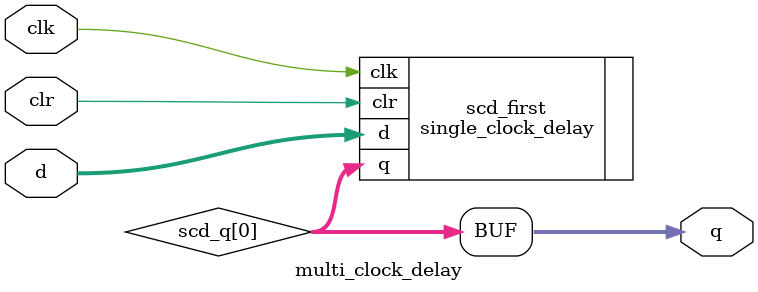
<source format=v>
module multi_clock_delay #(parameter WIDTH=3, parameter CYCLES=1) (q, d, clr, clk);
    input clr, clk;
    input [WIDTH-1 : 0] d;
    output [WIDTH-1 : 0] q;

    // reg [WIDTH-1:0] scd_d [0:CYCLES-1];
    wire [WIDTH-1:0] scd_q [0:CYCLES-1];

    single_clock_delay #(.WIDTH(WIDTH)) scd_first(
        .q(scd_q[0]),
        .d(d),
        .clr(clr),
        .clk(clk)
    );
    
    genvar i;
    generate
        for (i=1; i<CYCLES; i = i+1) begin : delay_loop 
            single_clock_delay #(.WIDTH(WIDTH)) scd(
                .q(scd_q[i]),
                .d(scd_q[i-1]),
                .clr(clr),
                .clk(clk)
            );
        end
    endgenerate

    assign q = scd_q[CYCLES-1];    

endmodule
</source>
